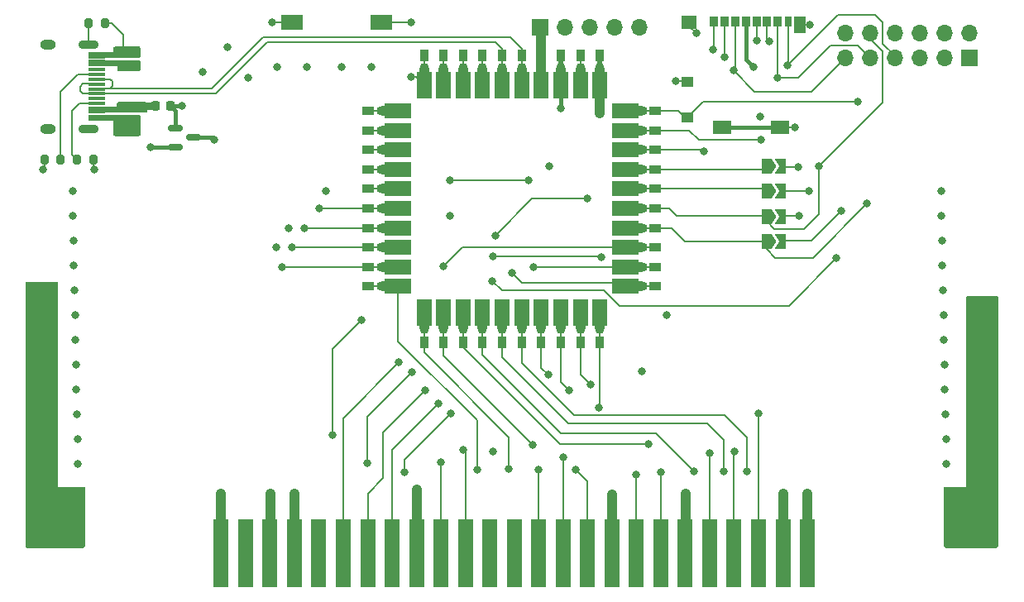
<source format=gtl>
G04 #@! TF.GenerationSoftware,KiCad,Pcbnew,(6.0.6)*
G04 #@! TF.CreationDate,2022-07-02T23:03:49+02:00*
G04 #@! TF.ProjectId,picocart64_v1,7069636f-6361-4727-9436-345f76312e6b,rev?*
G04 #@! TF.SameCoordinates,Original*
G04 #@! TF.FileFunction,Copper,L1,Top*
G04 #@! TF.FilePolarity,Positive*
%FSLAX46Y46*%
G04 Gerber Fmt 4.6, Leading zero omitted, Abs format (unit mm)*
G04 Created by KiCad (PCBNEW (6.0.6)) date 2022-07-02 23:03:49*
%MOMM*%
%LPD*%
G01*
G04 APERTURE LIST*
G04 Aperture macros list*
%AMRoundRect*
0 Rectangle with rounded corners*
0 $1 Rounding radius*
0 $2 $3 $4 $5 $6 $7 $8 $9 X,Y pos of 4 corners*
0 Add a 4 corners polygon primitive as box body*
4,1,4,$2,$3,$4,$5,$6,$7,$8,$9,$2,$3,0*
0 Add four circle primitives for the rounded corners*
1,1,$1+$1,$2,$3*
1,1,$1+$1,$4,$5*
1,1,$1+$1,$6,$7*
1,1,$1+$1,$8,$9*
0 Add four rect primitives between the rounded corners*
20,1,$1+$1,$2,$3,$4,$5,0*
20,1,$1+$1,$4,$5,$6,$7,0*
20,1,$1+$1,$6,$7,$8,$9,0*
20,1,$1+$1,$8,$9,$2,$3,0*%
%AMFreePoly0*
4,1,6,1.000000,0.000000,0.500000,-0.750000,-0.500000,-0.750000,-0.500000,0.750000,0.500000,0.750000,1.000000,0.000000,1.000000,0.000000,$1*%
%AMFreePoly1*
4,1,6,0.500000,-0.750000,-0.650000,-0.750000,-0.150000,0.000000,-0.650000,0.750000,0.500000,0.750000,0.500000,-0.750000,0.500000,-0.750000,$1*%
G04 Aperture macros list end*
G04 #@! TA.AperFunction,ComponentPad*
%ADD10C,2.500000*%
G04 #@! TD*
G04 #@! TA.AperFunction,SMDPad,CuDef*
%ADD11FreePoly0,0.000000*%
G04 #@! TD*
G04 #@! TA.AperFunction,SMDPad,CuDef*
%ADD12FreePoly1,0.000000*%
G04 #@! TD*
G04 #@! TA.AperFunction,ComponentPad*
%ADD13R,1.700000X1.700000*%
G04 #@! TD*
G04 #@! TA.AperFunction,ComponentPad*
%ADD14O,1.700000X1.700000*%
G04 #@! TD*
G04 #@! TA.AperFunction,SMDPad,CuDef*
%ADD15R,2.800000X1.500000*%
G04 #@! TD*
G04 #@! TA.AperFunction,ComponentPad*
%ADD16O,2.000000X0.950000*%
G04 #@! TD*
G04 #@! TA.AperFunction,ComponentPad*
%ADD17R,1.300000X0.900000*%
G04 #@! TD*
G04 #@! TA.AperFunction,ComponentPad*
%ADD18C,1.350000*%
G04 #@! TD*
G04 #@! TA.AperFunction,ComponentPad*
%ADD19O,1.350000X1.350000*%
G04 #@! TD*
G04 #@! TA.AperFunction,ComponentPad*
%ADD20R,0.900000X1.300000*%
G04 #@! TD*
G04 #@! TA.AperFunction,SMDPad,CuDef*
%ADD21R,1.500000X2.800000*%
G04 #@! TD*
G04 #@! TA.AperFunction,ComponentPad*
%ADD22O,0.950000X2.000000*%
G04 #@! TD*
G04 #@! TA.AperFunction,SMDPad,CuDef*
%ADD23R,1.750000X0.300000*%
G04 #@! TD*
G04 #@! TA.AperFunction,ComponentPad*
%ADD24O,2.100000X0.900000*%
G04 #@! TD*
G04 #@! TA.AperFunction,ComponentPad*
%ADD25O,1.600000X1.000000*%
G04 #@! TD*
G04 #@! TA.AperFunction,SMDPad,CuDef*
%ADD26RoundRect,0.200000X-0.200000X-0.275000X0.200000X-0.275000X0.200000X0.275000X-0.200000X0.275000X0*%
G04 #@! TD*
G04 #@! TA.AperFunction,SMDPad,CuDef*
%ADD27R,0.850000X1.100000*%
G04 #@! TD*
G04 #@! TA.AperFunction,SMDPad,CuDef*
%ADD28R,0.750000X1.100000*%
G04 #@! TD*
G04 #@! TA.AperFunction,SMDPad,CuDef*
%ADD29R,1.200000X1.000000*%
G04 #@! TD*
G04 #@! TA.AperFunction,SMDPad,CuDef*
%ADD30R,1.900000X1.350000*%
G04 #@! TD*
G04 #@! TA.AperFunction,SMDPad,CuDef*
%ADD31R,1.170000X1.800000*%
G04 #@! TD*
G04 #@! TA.AperFunction,SMDPad,CuDef*
%ADD32R,1.550000X1.350000*%
G04 #@! TD*
G04 #@! TA.AperFunction,SMDPad,CuDef*
%ADD33RoundRect,0.200000X0.200000X0.275000X-0.200000X0.275000X-0.200000X-0.275000X0.200000X-0.275000X0*%
G04 #@! TD*
G04 #@! TA.AperFunction,SMDPad,CuDef*
%ADD34R,2.180000X1.600000*%
G04 #@! TD*
G04 #@! TA.AperFunction,SMDPad,CuDef*
%ADD35RoundRect,0.150000X-0.587500X-0.150000X0.587500X-0.150000X0.587500X0.150000X-0.587500X0.150000X0*%
G04 #@! TD*
G04 #@! TA.AperFunction,SMDPad,CuDef*
%ADD36RoundRect,0.218750X-0.218750X-0.256250X0.218750X-0.256250X0.218750X0.256250X-0.218750X0.256250X0*%
G04 #@! TD*
G04 #@! TA.AperFunction,SMDPad,CuDef*
%ADD37R,1.500000X7.000000*%
G04 #@! TD*
G04 #@! TA.AperFunction,ViaPad*
%ADD38C,0.800000*%
G04 #@! TD*
G04 #@! TA.AperFunction,Conductor*
%ADD39C,0.500000*%
G04 #@! TD*
G04 #@! TA.AperFunction,Conductor*
%ADD40C,1.000000*%
G04 #@! TD*
G04 #@! TA.AperFunction,Conductor*
%ADD41C,0.203200*%
G04 #@! TD*
G04 #@! TA.AperFunction,Conductor*
%ADD42C,0.406400*%
G04 #@! TD*
G04 #@! TA.AperFunction,Conductor*
%ADD43C,0.400000*%
G04 #@! TD*
G04 #@! TA.AperFunction,Conductor*
%ADD44C,1.016000*%
G04 #@! TD*
G04 #@! TA.AperFunction,Conductor*
%ADD45C,0.200000*%
G04 #@! TD*
G04 #@! TA.AperFunction,Conductor*
%ADD46C,0.800000*%
G04 #@! TD*
G04 APERTURE END LIST*
D10*
X102850000Y-112600000D03*
X197650000Y-112600000D03*
D11*
X176059000Y-84378800D03*
D12*
X177509000Y-84378800D03*
D13*
X152913000Y-62484000D03*
D14*
X155453000Y-62484000D03*
X157993000Y-62484000D03*
X160533000Y-62484000D03*
X163073000Y-62484000D03*
D11*
X176059000Y-81813400D03*
D12*
X177509000Y-81813400D03*
D15*
X138350000Y-71000000D03*
D16*
X137150000Y-71000000D03*
D17*
X135300000Y-71000000D03*
D18*
X139000000Y-71000000D03*
D15*
X138350000Y-73000000D03*
D19*
X139000000Y-73000000D03*
D16*
X137150000Y-73000000D03*
D17*
X135300000Y-73000000D03*
D16*
X137150000Y-75000000D03*
D17*
X135300000Y-75000000D03*
D19*
X139000000Y-75000000D03*
D15*
X138350000Y-75000000D03*
D17*
X135300000Y-77000000D03*
D19*
X139000000Y-77000000D03*
D15*
X138350000Y-77000000D03*
D16*
X137150000Y-77000000D03*
D15*
X138350000Y-79000000D03*
D16*
X137150000Y-79000000D03*
D19*
X139000000Y-79000000D03*
D17*
X135300000Y-79000000D03*
X135300000Y-81000000D03*
D16*
X137150000Y-81000000D03*
D15*
X138350000Y-81000000D03*
D19*
X139000000Y-81000000D03*
D15*
X138350000Y-83000000D03*
D17*
X135300000Y-83000000D03*
D19*
X139000000Y-83000000D03*
D16*
X137150000Y-83000000D03*
D15*
X138350000Y-85000000D03*
D19*
X139000000Y-85000000D03*
D16*
X137150000Y-85000000D03*
D17*
X135300000Y-85000000D03*
X135300000Y-87000000D03*
D15*
X138350000Y-87000000D03*
D16*
X137150000Y-87000000D03*
D19*
X139000000Y-87000000D03*
D17*
X135300000Y-89000000D03*
D15*
X138350000Y-89000000D03*
D16*
X137150000Y-89000000D03*
D19*
X139000000Y-89000000D03*
D20*
X141000000Y-94700000D03*
D19*
X141000000Y-91000000D03*
D21*
X141000000Y-91650000D03*
D22*
X141000000Y-92850000D03*
D19*
X143000000Y-91000000D03*
D22*
X143000000Y-92850000D03*
D20*
X143000000Y-94700000D03*
D21*
X143000000Y-91650000D03*
D22*
X145000000Y-92850000D03*
D19*
X145000000Y-91000000D03*
D21*
X145000000Y-91650000D03*
D20*
X145000000Y-94700000D03*
D22*
X147000000Y-92850000D03*
D19*
X147000000Y-91000000D03*
D21*
X147000000Y-91650000D03*
D20*
X147000000Y-94700000D03*
D22*
X149000000Y-92850000D03*
D20*
X149000000Y-94700000D03*
D21*
X149000000Y-91650000D03*
D19*
X149000000Y-91000000D03*
X151000000Y-91000000D03*
D22*
X151000000Y-92850000D03*
D21*
X151000000Y-91650000D03*
D20*
X151000000Y-94700000D03*
D22*
X153000000Y-92850000D03*
D19*
X153000000Y-91000000D03*
D20*
X153000000Y-94700000D03*
D21*
X153000000Y-91650000D03*
D20*
X155000000Y-94700000D03*
D19*
X155000000Y-91000000D03*
D22*
X155000000Y-92850000D03*
D21*
X155000000Y-91650000D03*
X157000000Y-91650000D03*
D19*
X157000000Y-91000000D03*
D22*
X157000000Y-92850000D03*
D20*
X157000000Y-94700000D03*
X159000000Y-94700000D03*
D22*
X159000000Y-92850000D03*
D21*
X159000000Y-91650000D03*
D19*
X159000000Y-91000000D03*
D16*
X162850000Y-89000000D03*
D17*
X164700000Y-89000000D03*
D15*
X161650000Y-89000000D03*
D19*
X161000000Y-89000000D03*
D16*
X162850000Y-87000000D03*
D17*
X164700000Y-87000000D03*
D19*
X161000000Y-87000000D03*
D15*
X161650000Y-87000000D03*
D17*
X164700000Y-85000000D03*
D16*
X162850000Y-85000000D03*
D19*
X161000000Y-85000000D03*
D15*
X161650000Y-85000000D03*
D17*
X164700000Y-83000000D03*
D15*
X161650000Y-83000000D03*
D19*
X161000000Y-83000000D03*
D16*
X162850000Y-83000000D03*
D17*
X164700000Y-81000000D03*
D15*
X161650000Y-81000000D03*
D19*
X161000000Y-81000000D03*
D16*
X162850000Y-81000000D03*
D19*
X161000000Y-79000000D03*
D17*
X164700000Y-79000000D03*
D16*
X162850000Y-79000000D03*
D15*
X161650000Y-79000000D03*
X161650000Y-77000000D03*
D16*
X162850000Y-77000000D03*
D17*
X164700000Y-77000000D03*
D19*
X161000000Y-77000000D03*
D15*
X161650000Y-75000000D03*
D19*
X161000000Y-75000000D03*
D17*
X164700000Y-75000000D03*
D16*
X162850000Y-75000000D03*
X162850000Y-73000000D03*
D19*
X161000000Y-73000000D03*
D15*
X161650000Y-73000000D03*
D17*
X164700000Y-73000000D03*
D19*
X161000000Y-71000000D03*
D16*
X162850000Y-71000000D03*
D17*
X164700000Y-71000000D03*
D15*
X161650000Y-71000000D03*
D19*
X159000000Y-69000000D03*
D22*
X159000000Y-67150000D03*
D20*
X159000000Y-65300000D03*
D21*
X159000000Y-68350000D03*
X157000000Y-68350000D03*
D20*
X157000000Y-65300000D03*
D22*
X157000000Y-67150000D03*
D19*
X157000000Y-69000000D03*
D22*
X155000000Y-67150000D03*
D19*
X155000000Y-69000000D03*
D20*
X155000000Y-65300000D03*
D21*
X155000000Y-68350000D03*
X153000000Y-68350000D03*
D20*
X153000000Y-65300000D03*
D22*
X153000000Y-67150000D03*
D19*
X153000000Y-69000000D03*
D20*
X151000000Y-65300000D03*
D19*
X151000000Y-69000000D03*
D22*
X151000000Y-67150000D03*
D21*
X151000000Y-68350000D03*
D19*
X149000000Y-69000000D03*
D21*
X149000000Y-68350000D03*
D20*
X149000000Y-65300000D03*
D22*
X149000000Y-67150000D03*
D19*
X147000000Y-69000000D03*
D21*
X147000000Y-68350000D03*
D22*
X147000000Y-67150000D03*
D20*
X147000000Y-65300000D03*
D21*
X145000000Y-68350000D03*
D22*
X145000000Y-67150000D03*
D19*
X145000000Y-69000000D03*
D20*
X145000000Y-65300000D03*
X143000000Y-65300000D03*
D19*
X143000000Y-69000000D03*
D21*
X143000000Y-68350000D03*
D22*
X143000000Y-67150000D03*
D20*
X141000000Y-65300000D03*
D21*
X141000000Y-68350000D03*
D19*
X141000000Y-69000000D03*
D22*
X141000000Y-67150000D03*
D23*
X107544000Y-65165000D03*
X107544000Y-65965000D03*
X107544000Y-67265000D03*
X107544000Y-68265000D03*
X107544000Y-68765000D03*
X107544000Y-69765000D03*
X107544000Y-71065000D03*
X107544000Y-71865000D03*
X107544000Y-71565000D03*
X107544000Y-70765000D03*
X107544000Y-70265000D03*
X107544000Y-69265000D03*
X107544000Y-67765000D03*
X107544000Y-66765000D03*
X107544000Y-66265000D03*
X107544000Y-65465000D03*
D24*
X106704000Y-64195000D03*
D25*
X102524000Y-64195000D03*
D24*
X106704000Y-72835000D03*
D25*
X102524000Y-72835000D03*
D26*
X105500000Y-76000000D03*
X107150000Y-76000000D03*
D27*
X170631000Y-61860000D03*
X171731000Y-61860000D03*
X172831000Y-61860000D03*
X173931000Y-61860000D03*
X175031000Y-61860000D03*
X176131000Y-61860000D03*
X177231000Y-61860000D03*
D28*
X178281000Y-61860000D03*
D29*
X167996000Y-68010000D03*
X167996000Y-71710000D03*
D30*
X177466000Y-72685000D03*
X171496000Y-72685000D03*
D31*
X179491000Y-62210000D03*
D32*
X168171000Y-61985000D03*
D33*
X108325000Y-62000000D03*
X106675000Y-62000000D03*
D34*
X127490000Y-61976000D03*
X136670000Y-61976000D03*
D11*
X176059000Y-79248000D03*
D12*
X177509000Y-79248000D03*
D11*
X176059000Y-76682600D03*
D12*
X177509000Y-76682600D03*
D33*
X103825000Y-76000000D03*
X102175000Y-76000000D03*
D35*
X115562500Y-72800000D03*
X115562500Y-74700000D03*
X117437500Y-73750000D03*
D13*
X196825000Y-65569000D03*
D14*
X196825000Y-63029000D03*
X194285000Y-65569000D03*
X194285000Y-63029000D03*
X191745000Y-65569000D03*
X191745000Y-63029000D03*
X189205000Y-65569000D03*
X189205000Y-63029000D03*
X186665000Y-65569000D03*
X186665000Y-63029000D03*
X184125000Y-65569000D03*
X184125000Y-63029000D03*
D36*
X113500000Y-70500000D03*
X115075000Y-70500000D03*
D37*
X180241000Y-116332000D03*
X177741000Y-116332000D03*
X175241000Y-116332000D03*
X172741000Y-116332000D03*
X170241000Y-116332000D03*
X167741000Y-116332000D03*
X165241000Y-116332000D03*
X162741000Y-116332000D03*
X160241000Y-116332000D03*
X157741000Y-116332000D03*
X155241000Y-116332000D03*
X152741000Y-116332000D03*
X150241000Y-116332000D03*
X147741000Y-116332000D03*
X145241000Y-116332000D03*
X142741000Y-116332000D03*
X140241000Y-116332000D03*
X137741000Y-116332000D03*
X135241000Y-116332000D03*
X132741000Y-116332000D03*
X130241000Y-116332000D03*
X127741000Y-116332000D03*
X125241000Y-116332000D03*
X122741000Y-116332000D03*
X120241000Y-116332000D03*
D38*
X110200000Y-73001800D03*
X110200000Y-72001800D03*
X111400000Y-72001800D03*
X111400000Y-73001800D03*
X102108000Y-105156000D03*
X180250000Y-111350000D03*
X180250000Y-110400000D03*
X177750000Y-111350000D03*
X177750000Y-110400000D03*
X167750000Y-110400000D03*
X167750000Y-111350000D03*
X127750000Y-111350000D03*
X127750000Y-110400000D03*
X125250000Y-110400000D03*
X125250000Y-111350000D03*
X120250000Y-111350000D03*
X120250000Y-110400000D03*
X105476448Y-102095000D03*
X193924102Y-79235000D03*
X105275405Y-91935000D03*
X198000000Y-108000000D03*
X159000000Y-70250000D03*
X122974400Y-67652600D03*
X194326187Y-99555000D03*
X110179000Y-65001800D03*
X159000000Y-71250000D03*
X163335000Y-97650000D03*
X105325666Y-94475000D03*
X194125145Y-89395000D03*
X194175405Y-91935000D03*
X107250000Y-77000000D03*
X111379000Y-65001800D03*
X105526709Y-104635000D03*
X105550000Y-107175000D03*
X129032000Y-66548000D03*
X194225666Y-94475000D03*
X168897600Y-63080600D03*
X120904000Y-64516000D03*
X105074363Y-81775000D03*
X153810000Y-76695000D03*
X143650000Y-81775000D03*
X148095000Y-105905000D03*
X127140000Y-83045000D03*
X105174884Y-86855000D03*
X132588000Y-66548000D03*
X194024624Y-84315000D03*
X105024102Y-79235000D03*
X198000000Y-109000000D03*
X175400000Y-71615000D03*
X194426709Y-104635000D03*
X180500000Y-62172300D03*
X178956000Y-72681800D03*
X166750000Y-68000000D03*
X118364000Y-67056000D03*
X125984000Y-66548000D03*
X194450000Y-107175000D03*
X125870000Y-84950000D03*
X105375927Y-97015000D03*
X125476000Y-61976000D03*
X102000000Y-77000000D03*
X105426187Y-99555000D03*
X193974363Y-81775000D03*
X176365200Y-63893400D03*
X165875000Y-91935000D03*
X102108000Y-106680000D03*
X194376448Y-102095000D03*
X135636000Y-66548000D03*
X105124624Y-84315000D03*
X194275927Y-97015000D03*
X194074884Y-86855000D03*
X105225145Y-89395000D03*
X130950000Y-79235000D03*
X113000000Y-74750000D03*
X174752000Y-66548000D03*
X148323600Y-83756200D03*
X157734000Y-80010000D03*
X138430000Y-96774000D03*
X179324000Y-76745800D03*
X142500000Y-101000000D03*
X150000000Y-87617000D03*
X160241000Y-110259000D03*
X119500000Y-74000000D03*
X140241000Y-110259000D03*
X140241000Y-111259000D03*
X160241000Y-111252000D03*
X139750000Y-97750000D03*
X179362400Y-81775000D03*
X135166400Y-107073400D03*
X159144000Y-85991400D03*
X148069600Y-85940600D03*
X143750000Y-102000000D03*
X152184400Y-87007400D03*
X139000000Y-108000000D03*
X116250000Y-70500000D03*
X155000000Y-70750000D03*
X175250000Y-102000000D03*
X172758400Y-105854200D03*
X170250000Y-106045000D03*
X165240000Y-107987800D03*
X155250000Y-106500000D03*
X152743200Y-107733800D03*
X130302000Y-81000000D03*
X128778000Y-83000000D03*
X145000000Y-105750000D03*
X127508000Y-85000000D03*
X142750000Y-107000000D03*
X126500000Y-87000000D03*
X146444000Y-107733800D03*
X149695200Y-107683000D03*
X152133600Y-105244600D03*
X163970000Y-105143000D03*
X168656000Y-107950000D03*
X171704000Y-107950000D03*
X174028400Y-107886200D03*
X162750800Y-108241800D03*
X153708400Y-98031000D03*
X156502400Y-107733800D03*
X155842000Y-99656600D03*
X158026400Y-99047000D03*
X158940800Y-101434600D03*
X142989600Y-86905800D03*
X134620000Y-92456000D03*
X131661200Y-104177800D03*
X139700000Y-67564000D03*
X139700000Y-61976000D03*
X143650000Y-78117400D03*
X151727200Y-78117400D03*
X183731200Y-81267000D03*
X148018800Y-88429800D03*
X180429200Y-79235000D03*
X141160800Y-99656600D03*
X183223200Y-86093000D03*
X110200000Y-66401800D03*
X111400000Y-70701800D03*
X110200000Y-70701800D03*
X111400000Y-66401800D03*
X175044400Y-63842600D03*
X178244800Y-66331800D03*
X175500000Y-74000000D03*
X185420000Y-70104000D03*
X177178000Y-67601800D03*
X169672000Y-75184000D03*
X171793200Y-65519000D03*
X181394400Y-76695000D03*
X172707600Y-66890600D03*
X186372800Y-80505000D03*
X170574000Y-64706200D03*
D39*
X159000000Y-67150000D02*
X159000000Y-65600000D01*
D40*
X127750000Y-116000000D02*
X127750000Y-110250000D01*
D41*
X109000000Y-62000000D02*
X110179000Y-63179000D01*
X102175000Y-76825000D02*
X102000000Y-77000000D01*
X177466000Y-72685000D02*
X178952800Y-72685000D01*
X107150000Y-76900000D02*
X107250000Y-77000000D01*
D42*
X159000000Y-68350000D02*
X159000000Y-68500000D01*
D41*
X107150000Y-76000000D02*
X107150000Y-76900000D01*
D43*
X171496000Y-72685000D02*
X177466000Y-72685000D01*
D40*
X167750000Y-116000000D02*
X167750000Y-110250000D01*
D44*
X159000000Y-68500000D02*
X159000000Y-71250000D01*
D41*
X168171000Y-61985000D02*
X168171000Y-62354000D01*
X166750000Y-68000000D02*
X167986000Y-68000000D01*
D40*
X180250000Y-116000000D02*
X180250000Y-110250000D01*
D41*
X178952800Y-72685000D02*
X178956000Y-72681800D01*
D40*
X177750000Y-116000000D02*
X177750000Y-110250000D01*
X125250000Y-116000000D02*
X125250000Y-110250000D01*
D41*
X168171000Y-62354000D02*
X168897600Y-63080600D01*
X110179000Y-63179000D02*
X110179000Y-65001800D01*
X180500000Y-62172300D02*
X180462300Y-62210000D01*
X176131000Y-61860000D02*
X176131000Y-63659200D01*
X167986000Y-68000000D02*
X167996000Y-68010000D01*
X102175000Y-76000000D02*
X102175000Y-76825000D01*
D40*
X120250000Y-116000000D02*
X120250000Y-110250000D01*
D41*
X180462300Y-62210000D02*
X179491000Y-62210000D01*
X127490000Y-61976000D02*
X125476000Y-61976000D01*
X176131000Y-63659200D02*
X176365200Y-63893400D01*
X108325000Y-62000000D02*
X109000000Y-62000000D01*
D43*
X174752000Y-66548000D02*
X173931000Y-65727000D01*
D42*
X115562500Y-74700000D02*
X113050000Y-74700000D01*
X113050000Y-74700000D02*
X113000000Y-74750000D01*
D43*
X173931000Y-65727000D02*
X173931000Y-61860000D01*
D40*
X153000000Y-62571000D02*
X152913000Y-62484000D01*
X153000000Y-68350000D02*
X153000000Y-62571000D01*
D41*
X157734000Y-80010000D02*
X152069800Y-80010000D01*
X177509000Y-76750000D02*
X179319800Y-76750000D01*
X138430000Y-96774000D02*
X132741000Y-102463000D01*
X132741000Y-102463000D02*
X132741000Y-116332000D01*
X152069800Y-80010000D02*
X148323600Y-83756200D01*
X179319800Y-76750000D02*
X179324000Y-76745800D01*
X137741000Y-105759000D02*
X142500000Y-101000000D01*
X164400000Y-89000000D02*
X162850000Y-89000000D01*
X161650000Y-89000000D02*
X161283000Y-88633000D01*
X137741000Y-116332000D02*
X137741000Y-105759000D01*
X161283000Y-88633000D02*
X151016000Y-88633000D01*
X151016000Y-88633000D02*
X150000000Y-87617000D01*
D44*
X160241000Y-110259000D02*
X160241000Y-116332000D01*
X140241000Y-109759000D02*
X140241000Y-116332000D01*
D42*
X119250000Y-73750000D02*
X119500000Y-74000000D01*
X117437500Y-73750000D02*
X119250000Y-73750000D01*
D41*
X179349400Y-81788000D02*
X179362400Y-81775000D01*
X135166400Y-102333600D02*
X135166400Y-107073400D01*
X139750000Y-97750000D02*
X135166400Y-102333600D01*
X159144000Y-85991400D02*
X159093200Y-85940600D01*
X177509000Y-81788000D02*
X179349400Y-81788000D01*
X159093200Y-85940600D02*
X148069600Y-85940600D01*
X139000000Y-108000000D02*
X139000000Y-106750000D01*
X139000000Y-106750000D02*
X143750000Y-102000000D01*
X152191800Y-87000000D02*
X152184400Y-87007400D01*
X161650000Y-87000000D02*
X152191800Y-87000000D01*
X162850000Y-87000000D02*
X164400000Y-87000000D01*
D42*
X155000000Y-68350000D02*
X155000000Y-70750000D01*
X115562500Y-70987500D02*
X115562500Y-72800000D01*
X116250000Y-70500000D02*
X115075000Y-70500000D01*
D39*
X155000000Y-67150000D02*
X155000000Y-65600000D01*
D42*
X115075000Y-70500000D02*
X115562500Y-70987500D01*
D41*
X107544000Y-67265000D02*
X105600400Y-67265000D01*
X103825000Y-69040400D02*
X103825000Y-76000000D01*
X105600400Y-67265000D02*
X103825000Y-69040400D01*
X107544000Y-70265000D02*
X105735000Y-70265000D01*
X105000000Y-71000000D02*
X105735000Y-70265000D01*
X105500000Y-76000000D02*
X105000000Y-75500000D01*
X105000000Y-75500000D02*
X105000000Y-71000000D01*
X106704000Y-64195000D02*
X106704000Y-62029000D01*
X106704000Y-62029000D02*
X106675000Y-62000000D01*
X107650000Y-68751800D02*
X108748200Y-68751800D01*
X151000000Y-64640000D02*
X151000000Y-65600000D01*
X108748200Y-68751800D02*
X108850000Y-68751800D01*
X109100000Y-68501800D02*
X109100000Y-68001800D01*
X119248200Y-68751800D02*
X124500000Y-63500000D01*
X108850000Y-68751800D02*
X109100000Y-68501800D01*
D45*
X151000000Y-69000000D02*
X151000000Y-65600000D01*
D41*
X109100000Y-68001800D02*
X108850000Y-67751800D01*
X149860000Y-63500000D02*
X151000000Y-64640000D01*
X108850000Y-67751800D02*
X107650000Y-67751800D01*
X124500000Y-63500000D02*
X149860000Y-63500000D01*
X108748200Y-68751800D02*
X119248200Y-68751800D01*
D45*
X124992000Y-64008000D02*
X119735000Y-69265000D01*
D41*
X105800000Y-69001800D02*
X106050000Y-69251800D01*
X105800000Y-68551800D02*
X105800000Y-69001800D01*
X106050000Y-69251800D02*
X107650000Y-69251800D01*
X107650000Y-68251800D02*
X106100000Y-68251800D01*
D45*
X149000000Y-69000000D02*
X149000000Y-65600000D01*
X148336000Y-64008000D02*
X124992000Y-64008000D01*
D41*
X106100000Y-68251800D02*
X105800000Y-68551800D01*
D45*
X149000000Y-64672000D02*
X148336000Y-64008000D01*
X119735000Y-69265000D02*
X107544000Y-69265000D01*
X149000000Y-67150000D02*
X149000000Y-64672000D01*
D41*
X175241000Y-102009000D02*
X175241000Y-116332000D01*
X175250000Y-102000000D02*
X175241000Y-102009000D01*
X135600000Y-71000000D02*
X139000000Y-71000000D01*
X135600000Y-73000000D02*
X139000000Y-73000000D01*
X172741000Y-116332000D02*
X172741000Y-105871600D01*
X172741000Y-105871600D02*
X172758400Y-105854200D01*
X135600000Y-75000000D02*
X139000000Y-75000000D01*
X170241000Y-106054000D02*
X170241000Y-116332000D01*
X170250000Y-106045000D02*
X170241000Y-106054000D01*
X135600000Y-77000000D02*
X139000000Y-77000000D01*
X165241000Y-107988800D02*
X165240000Y-107987800D01*
X165241000Y-116332000D02*
X165241000Y-107988800D01*
X155250000Y-106500000D02*
X155241000Y-106509000D01*
X135600000Y-79000000D02*
X139000000Y-79000000D01*
X155241000Y-106509000D02*
X155241000Y-116332000D01*
X152741000Y-116332000D02*
X152741000Y-107736000D01*
X130302000Y-81000000D02*
X138350000Y-81000000D01*
X152741000Y-107736000D02*
X152743200Y-107733800D01*
X145241000Y-105991000D02*
X145241000Y-116332000D01*
X128778000Y-83000000D02*
X138350000Y-83000000D01*
X145000000Y-105750000D02*
X145241000Y-105991000D01*
X142741000Y-107009000D02*
X142741000Y-116332000D01*
X127508000Y-85000000D02*
X138350000Y-85000000D01*
X142750000Y-107000000D02*
X142741000Y-107009000D01*
X126500000Y-87000000D02*
X138350000Y-87000000D01*
X138350000Y-89000000D02*
X138350000Y-94600000D01*
X139000000Y-89000000D02*
X135600000Y-89000000D01*
X138350000Y-94600000D02*
X146444000Y-102694000D01*
X146444000Y-102694000D02*
X146444000Y-107733800D01*
X149695200Y-104445200D02*
X149695200Y-107683000D01*
X141000000Y-91650000D02*
X141000000Y-95750000D01*
X141000000Y-95750000D02*
X149695200Y-104445200D01*
X143000000Y-96111000D02*
X152133600Y-105244600D01*
X143000000Y-91650000D02*
X143000000Y-96111000D01*
X145000000Y-91650000D02*
X145000000Y-95250000D01*
X145000000Y-95250000D02*
X154893000Y-105143000D01*
X154893000Y-105143000D02*
X163970000Y-105143000D01*
X155000000Y-104000000D02*
X147000000Y-96000000D01*
X164706000Y-104000000D02*
X155000000Y-104000000D01*
X147000000Y-96000000D02*
X147000000Y-91650000D01*
X168656000Y-107950000D02*
X164706000Y-104000000D01*
X171704000Y-107950000D02*
X171704000Y-104704000D01*
X149000000Y-96250000D02*
X149000000Y-91650000D01*
X155750000Y-103000000D02*
X149000000Y-96250000D01*
X171704000Y-104704000D02*
X170000000Y-103000000D01*
X170000000Y-103000000D02*
X155750000Y-103000000D01*
X156400800Y-102196600D02*
X171793200Y-102196600D01*
X151000000Y-96795800D02*
X156400800Y-102196600D01*
X171793200Y-102196600D02*
X174028400Y-104431800D01*
X174028400Y-104431800D02*
X174028400Y-107886200D01*
X151000000Y-91650000D02*
X151000000Y-96795800D01*
X162741000Y-108251600D02*
X162750800Y-108241800D01*
X153000000Y-97322600D02*
X153708400Y-98031000D01*
X153000000Y-91650000D02*
X153000000Y-97322600D01*
X162741000Y-116332000D02*
X162741000Y-108251600D01*
X155000000Y-98814600D02*
X155842000Y-99656600D01*
X157741000Y-108972400D02*
X156502400Y-107733800D01*
X155000000Y-91650000D02*
X155000000Y-98814600D01*
X157741000Y-116332000D02*
X157741000Y-108972400D01*
X157000000Y-98020600D02*
X158026400Y-99047000D01*
X157000000Y-91650000D02*
X157000000Y-98020600D01*
X159000000Y-91650000D02*
X159000000Y-101375400D01*
X159000000Y-101375400D02*
X158940800Y-101434600D01*
X161650000Y-85000000D02*
X144895400Y-85000000D01*
X144895400Y-85000000D02*
X142989600Y-86905800D01*
X131661200Y-95414800D02*
X131661200Y-104177800D01*
X161650000Y-85000000D02*
X164400000Y-85000000D01*
X134620000Y-92456000D02*
X131661200Y-95414800D01*
X157000000Y-67150000D02*
X157000000Y-65600000D01*
X147000000Y-69000000D02*
X147000000Y-65600000D01*
X145000000Y-69000000D02*
X145000000Y-65600000D01*
X143000000Y-69000000D02*
X143000000Y-65600000D01*
X139700000Y-67564000D02*
X140214000Y-67564000D01*
X141000000Y-69000000D02*
X141000000Y-65600000D01*
X136670000Y-61976000D02*
X139700000Y-61976000D01*
X140214000Y-67564000D02*
X141000000Y-68350000D01*
X180670200Y-84328000D02*
X183731200Y-81267000D01*
X143650000Y-78117400D02*
X151727200Y-78117400D01*
X177509000Y-84328000D02*
X180670200Y-84328000D01*
X159403000Y-89395000D02*
X148984000Y-89395000D01*
X136842800Y-103974600D02*
X141160800Y-99656600D01*
X148984000Y-89395000D02*
X148018800Y-88429800D01*
X160977800Y-90969800D02*
X159403000Y-89395000D01*
X177509000Y-79248000D02*
X180416200Y-79248000D01*
X135241000Y-116332000D02*
X135241000Y-110199200D01*
X180416200Y-79248000D02*
X180429200Y-79235000D01*
X136842800Y-108597400D02*
X136842800Y-103974600D01*
X178346400Y-90969800D02*
X160977800Y-90969800D01*
X183223200Y-86093000D02*
X178346400Y-90969800D01*
X135241000Y-110199200D02*
X136842800Y-108597400D01*
D46*
X113500000Y-70500000D02*
X111601800Y-70500000D01*
X111601800Y-70500000D02*
X111400000Y-70701800D01*
D41*
X164750000Y-77000000D02*
X175809000Y-77000000D01*
X175031000Y-61860000D02*
X175031000Y-63829200D01*
X161650000Y-77000000D02*
X164750000Y-77000000D01*
X175031000Y-63829200D02*
X175044400Y-63842600D01*
X175809000Y-77000000D02*
X176059000Y-76750000D01*
X187198000Y-61214000D02*
X183362600Y-61214000D01*
X189205000Y-65569000D02*
X189205000Y-65354000D01*
X168151000Y-73000000D02*
X161650000Y-73000000D01*
X183362600Y-61214000D02*
X178244800Y-66331800D01*
X178281000Y-61860000D02*
X178281000Y-66295600D01*
X187960000Y-64109000D02*
X187960000Y-61976000D01*
X187960000Y-61976000D02*
X187198000Y-61214000D01*
X189205000Y-65354000D02*
X187960000Y-64109000D01*
X169151000Y-74000000D02*
X168151000Y-73000000D01*
X175500000Y-74000000D02*
X169151000Y-74000000D01*
X178281000Y-66295600D02*
X178244800Y-66331800D01*
X185420000Y-70104000D02*
X169602000Y-70104000D01*
X167722000Y-71710000D02*
X167996000Y-71710000D01*
X169602000Y-70104000D02*
X167996000Y-71710000D01*
X161650000Y-71000000D02*
X167012000Y-71000000D01*
X167012000Y-71000000D02*
X167722000Y-71710000D01*
X185395800Y-64299800D02*
X182588200Y-64299800D01*
X179286200Y-67601800D02*
X177178000Y-67601800D01*
X177231000Y-61860000D02*
X177231000Y-67548800D01*
X186665000Y-65569000D02*
X185395800Y-64299800D01*
X169488000Y-75000000D02*
X161650000Y-75000000D01*
X182588200Y-64299800D02*
X179286200Y-67601800D01*
X169672000Y-75184000D02*
X169488000Y-75000000D01*
X177231000Y-67548800D02*
X177178000Y-67601800D01*
X166878000Y-81788000D02*
X176059000Y-81788000D01*
X176059000Y-82281600D02*
X176873200Y-83095800D01*
X179870400Y-83095800D02*
X181394400Y-81571800D01*
X187960000Y-70129400D02*
X181394400Y-76695000D01*
X187960000Y-64898058D02*
X187960000Y-70129400D01*
X166090000Y-81000000D02*
X166878000Y-81788000D01*
X161650000Y-81000000D02*
X166090000Y-81000000D01*
X171731000Y-61860000D02*
X171731000Y-65456800D01*
X171731000Y-65456800D02*
X171793200Y-65519000D01*
X186665000Y-63029000D02*
X186665000Y-63603058D01*
X176873200Y-83095800D02*
X179870400Y-83095800D01*
X181394400Y-81571800D02*
X181394400Y-76695000D01*
X176059000Y-81813400D02*
X176059000Y-82281600D01*
X186665000Y-63603058D02*
X187960000Y-64898058D01*
X161650000Y-79000000D02*
X166364000Y-79000000D01*
X174841200Y-69024200D02*
X172707600Y-66890600D01*
X172831000Y-61860000D02*
X172831000Y-66767200D01*
X166364000Y-79000000D02*
X175811000Y-79000000D01*
X172831000Y-66767200D02*
X172707600Y-66890600D01*
X175811000Y-79000000D02*
X176059000Y-79248000D01*
X184125000Y-65569000D02*
X180669800Y-69024200D01*
X180669800Y-69024200D02*
X174841200Y-69024200D01*
X167690800Y-84378800D02*
X176059000Y-84378800D01*
X176059000Y-85177200D02*
X176924000Y-86042200D01*
X166312000Y-83000000D02*
X167690800Y-84378800D01*
X176924000Y-86042200D02*
X180835600Y-86042200D01*
X170631000Y-64649200D02*
X170574000Y-64706200D01*
X176059000Y-84378800D02*
X176059000Y-85177200D01*
X161650000Y-83000000D02*
X166312000Y-83000000D01*
X170631000Y-61860000D02*
X170631000Y-64649200D01*
X180835600Y-86042200D02*
X186372800Y-80505000D01*
G04 #@! TA.AperFunction,Conductor*
G36*
X103459191Y-88518907D02*
G01*
X103495155Y-88568407D01*
X103500000Y-88599000D01*
X103500000Y-109500000D01*
X106200500Y-109500000D01*
X106258691Y-109518907D01*
X106294655Y-109568407D01*
X106299500Y-109599000D01*
X106299500Y-115465983D01*
X106296982Y-115488169D01*
X106294344Y-115499641D01*
X106296739Y-115510227D01*
X106295587Y-115524697D01*
X106287294Y-115577063D01*
X106277725Y-115606518D01*
X106249419Y-115662071D01*
X106231215Y-115687128D01*
X106187128Y-115731215D01*
X106162068Y-115749421D01*
X106106521Y-115777723D01*
X106077065Y-115787294D01*
X106024499Y-115795619D01*
X106010609Y-115796701D01*
X106000359Y-115794344D01*
X105989487Y-115796804D01*
X105989207Y-115796867D01*
X105988359Y-115797059D01*
X105966512Y-115799500D01*
X100534017Y-115799500D01*
X100511831Y-115796982D01*
X100511224Y-115796842D01*
X100511222Y-115796842D01*
X100500359Y-115794344D01*
X100489773Y-115796739D01*
X100475303Y-115795587D01*
X100422937Y-115787294D01*
X100393482Y-115777725D01*
X100337929Y-115749419D01*
X100312872Y-115731215D01*
X100268785Y-115687128D01*
X100250581Y-115662071D01*
X100222275Y-115606518D01*
X100212706Y-115577065D01*
X100205281Y-115530185D01*
X100204738Y-115504672D01*
X100205655Y-115500718D01*
X100205656Y-115500000D01*
X100203096Y-115488776D01*
X100202980Y-115488266D01*
X100200500Y-115466248D01*
X100200500Y-88599000D01*
X100219407Y-88540809D01*
X100268907Y-88504845D01*
X100299500Y-88500000D01*
X103401000Y-88500000D01*
X103459191Y-88518907D01*
G37*
G04 #@! TD.AperFunction*
G04 #@! TA.AperFunction,Conductor*
G36*
X199758691Y-90018907D02*
G01*
X199794655Y-90068407D01*
X199799500Y-90099000D01*
X199799500Y-115465983D01*
X199796982Y-115488169D01*
X199794344Y-115499641D01*
X199796739Y-115510227D01*
X199795587Y-115524697D01*
X199787294Y-115577063D01*
X199777725Y-115606518D01*
X199749419Y-115662071D01*
X199731215Y-115687128D01*
X199687128Y-115731215D01*
X199662068Y-115749421D01*
X199606521Y-115777723D01*
X199577065Y-115787294D01*
X199524499Y-115795619D01*
X199510609Y-115796701D01*
X199500359Y-115794344D01*
X199489487Y-115796804D01*
X199489207Y-115796867D01*
X199488359Y-115797059D01*
X199466512Y-115799500D01*
X194534017Y-115799500D01*
X194511831Y-115796982D01*
X194511224Y-115796842D01*
X194511222Y-115796842D01*
X194500359Y-115794344D01*
X194489773Y-115796739D01*
X194475303Y-115795587D01*
X194422937Y-115787294D01*
X194393482Y-115777725D01*
X194337929Y-115749419D01*
X194312872Y-115731215D01*
X194268785Y-115687128D01*
X194250581Y-115662071D01*
X194222275Y-115606518D01*
X194212706Y-115577065D01*
X194205281Y-115530185D01*
X194204738Y-115504672D01*
X194205655Y-115500718D01*
X194205656Y-115500000D01*
X194203096Y-115488776D01*
X194202980Y-115488266D01*
X194200500Y-115466248D01*
X194200500Y-109599000D01*
X194219407Y-109540809D01*
X194268907Y-109504845D01*
X194299500Y-109500000D01*
X196500000Y-109500000D01*
X196500000Y-90099000D01*
X196518907Y-90040809D01*
X196568407Y-90004845D01*
X196599000Y-90000000D01*
X199700500Y-90000000D01*
X199758691Y-90018907D01*
G37*
G04 #@! TD.AperFunction*
G04 #@! TA.AperFunction,Conductor*
G36*
X112460097Y-70092702D02*
G01*
X112526892Y-70105988D01*
X112562580Y-70120770D01*
X112610939Y-70153082D01*
X112638254Y-70180397D01*
X112670566Y-70228756D01*
X112685348Y-70264444D01*
X112698634Y-70331239D01*
X112700536Y-70350552D01*
X112700536Y-70942048D01*
X112698634Y-70961361D01*
X112685348Y-71028156D01*
X112670566Y-71063844D01*
X112638254Y-71112203D01*
X112610939Y-71139518D01*
X112562580Y-71171830D01*
X112526892Y-71186612D01*
X112460097Y-71199898D01*
X112440784Y-71201800D01*
X107610288Y-71201800D01*
X107590975Y-71199898D01*
X107524180Y-71186612D01*
X107488492Y-71171830D01*
X107440133Y-71139518D01*
X107412818Y-71112203D01*
X107380506Y-71063844D01*
X107365724Y-71028156D01*
X107352438Y-70961361D01*
X107350536Y-70942048D01*
X107350536Y-70861552D01*
X107352438Y-70842239D01*
X107365724Y-70775444D01*
X107380506Y-70739756D01*
X107412818Y-70691397D01*
X107440133Y-70664082D01*
X107487872Y-70632184D01*
X107542873Y-70615500D01*
X108438748Y-70615500D01*
X108497231Y-70603867D01*
X108497586Y-70605654D01*
X108516943Y-70601800D01*
X109550536Y-70601800D01*
X109550536Y-70346940D01*
X109551013Y-70342098D01*
X109551365Y-70342133D01*
X109552438Y-70331239D01*
X109565724Y-70264444D01*
X109580506Y-70228756D01*
X109612818Y-70180397D01*
X109640133Y-70153082D01*
X109688492Y-70120770D01*
X109724180Y-70105988D01*
X109790975Y-70092702D01*
X109810288Y-70090800D01*
X112440784Y-70090800D01*
X112460097Y-70092702D01*
G37*
G04 #@! TD.AperFunction*
G04 #@! TA.AperFunction,Conductor*
G36*
X111759561Y-65803702D02*
G01*
X111826356Y-65816988D01*
X111862044Y-65831770D01*
X111910403Y-65864082D01*
X111937718Y-65891397D01*
X111970030Y-65939756D01*
X111984812Y-65975444D01*
X111998098Y-66042239D01*
X112000000Y-66061552D01*
X112000000Y-66726048D01*
X111998098Y-66745361D01*
X111984812Y-66812156D01*
X111970030Y-66847844D01*
X111937718Y-66896203D01*
X111910403Y-66923518D01*
X111862044Y-66955830D01*
X111826356Y-66970612D01*
X111759561Y-66983898D01*
X111740248Y-66985800D01*
X109859752Y-66985800D01*
X109840439Y-66983898D01*
X109773644Y-66970612D01*
X109737956Y-66955830D01*
X109689597Y-66923518D01*
X109662282Y-66896203D01*
X109629970Y-66847844D01*
X109615188Y-66812156D01*
X109601902Y-66745361D01*
X109600000Y-66726048D01*
X109600000Y-66401800D01*
X107454866Y-66401800D01*
X107435553Y-66399898D01*
X107368758Y-66386612D01*
X107333070Y-66371830D01*
X107284711Y-66339518D01*
X107257396Y-66312203D01*
X107225084Y-66263844D01*
X107210302Y-66228156D01*
X107197016Y-66161361D01*
X107195114Y-66142048D01*
X107195114Y-66061552D01*
X107197016Y-66042239D01*
X107210302Y-65975444D01*
X107225084Y-65939756D01*
X107257396Y-65891397D01*
X107284711Y-65864082D01*
X107332450Y-65832184D01*
X107387451Y-65815500D01*
X108438748Y-65815500D01*
X108497231Y-65803867D01*
X108497586Y-65805654D01*
X108516943Y-65801800D01*
X111740248Y-65801800D01*
X111759561Y-65803702D01*
G37*
G04 #@! TD.AperFunction*
G04 #@! TA.AperFunction,Conductor*
G36*
X111759561Y-71403702D02*
G01*
X111826356Y-71416988D01*
X111862044Y-71431770D01*
X111910403Y-71464082D01*
X111937718Y-71491397D01*
X111970030Y-71539756D01*
X111984812Y-71575444D01*
X111998098Y-71642239D01*
X112000000Y-71661552D01*
X112000000Y-73342048D01*
X111998098Y-73361361D01*
X111984812Y-73428156D01*
X111970030Y-73463844D01*
X111937718Y-73512203D01*
X111910403Y-73539518D01*
X111862044Y-73571830D01*
X111826356Y-73586612D01*
X111759561Y-73599898D01*
X111740248Y-73601800D01*
X109459752Y-73601800D01*
X109440439Y-73599898D01*
X109373644Y-73586612D01*
X109337956Y-73571830D01*
X109289597Y-73539518D01*
X109262282Y-73512203D01*
X109229970Y-73463844D01*
X109215188Y-73428156D01*
X109201902Y-73361361D01*
X109200000Y-73342048D01*
X109200000Y-72001800D01*
X107054866Y-72001800D01*
X107035553Y-71999898D01*
X106968758Y-71986612D01*
X106933070Y-71971830D01*
X106884711Y-71939518D01*
X106857396Y-71912203D01*
X106825084Y-71863844D01*
X106810302Y-71828156D01*
X106797016Y-71761361D01*
X106795114Y-71742048D01*
X106795114Y-71661552D01*
X106797016Y-71642239D01*
X106810302Y-71575444D01*
X106825084Y-71539756D01*
X106857396Y-71491397D01*
X106884711Y-71464082D01*
X106932450Y-71432184D01*
X106987451Y-71415500D01*
X108438748Y-71415500D01*
X108497231Y-71403867D01*
X108497586Y-71405654D01*
X108516943Y-71401800D01*
X111740248Y-71401800D01*
X111759561Y-71403702D01*
G37*
G04 #@! TD.AperFunction*
G04 #@! TA.AperFunction,Conductor*
G36*
X111759406Y-64402059D02*
G01*
X111826236Y-64415314D01*
X111861943Y-64430083D01*
X111876711Y-64439942D01*
X111910337Y-64462390D01*
X111937669Y-64489705D01*
X111970006Y-64538075D01*
X111984800Y-64573775D01*
X111998096Y-64640593D01*
X112000000Y-64659914D01*
X112000000Y-65340339D01*
X111998099Y-65359649D01*
X111984818Y-65426432D01*
X111970044Y-65462110D01*
X111937743Y-65510466D01*
X111910441Y-65537777D01*
X111862101Y-65570092D01*
X111826429Y-65584880D01*
X111759644Y-65598187D01*
X111740345Y-65600094D01*
X109496795Y-65600901D01*
X107259844Y-65601706D01*
X107240526Y-65599810D01*
X107186448Y-65589072D01*
X107173712Y-65586543D01*
X107138014Y-65571768D01*
X107089634Y-65539457D01*
X107062311Y-65512144D01*
X107029984Y-65463777D01*
X107015196Y-65428084D01*
X107001903Y-65361275D01*
X107000000Y-65341956D01*
X107000000Y-65261552D01*
X107001902Y-65242239D01*
X107015188Y-65175444D01*
X107029970Y-65139756D01*
X107062282Y-65091397D01*
X107089597Y-65064082D01*
X107137956Y-65031770D01*
X107173644Y-65016988D01*
X107240439Y-65003702D01*
X107259752Y-65001800D01*
X109200000Y-65001800D01*
X109200000Y-64661385D01*
X109201901Y-64642078D01*
X109215177Y-64575311D01*
X109229946Y-64539638D01*
X109239314Y-64525610D01*
X109262234Y-64491289D01*
X109289528Y-64463977D01*
X109337856Y-64431658D01*
X109373521Y-64416865D01*
X109440282Y-64403546D01*
X109459587Y-64401633D01*
X111323869Y-64400435D01*
X111740085Y-64400167D01*
X111759406Y-64402059D01*
G37*
G04 #@! TD.AperFunction*
M02*

</source>
